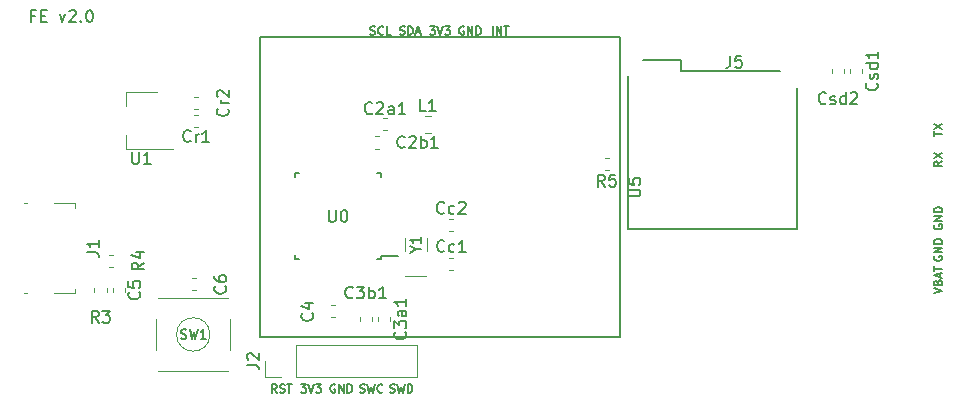
<source format=gto>
G04 #@! TF.GenerationSoftware,KiCad,Pcbnew,6.0.0-unknown-920f128~86~ubuntu18.04.1*
G04 #@! TF.CreationDate,2019-07-18T19:12:06-04:00*
G04 #@! TF.ProjectId,Femtosat,46656d74-6f73-4617-942e-6b696361645f,rev?*
G04 #@! TF.SameCoordinates,Original*
G04 #@! TF.FileFunction,Legend,Top*
G04 #@! TF.FilePolarity,Positive*
%FSLAX46Y46*%
G04 Gerber Fmt 4.6, Leading zero omitted, Abs format (unit mm)*
G04 Created by KiCad (PCBNEW 6.0.0-unknown-920f128~86~ubuntu18.04.1) date 2019-07-18 19:12:06*
%MOMM*%
%LPD*%
G04 APERTURE LIST*
%ADD10C,0.180000*%
%ADD11C,0.150000*%
%ADD12C,0.120000*%
G04 APERTURE END LIST*
D10*
X86888095Y-39378571D02*
X86554761Y-39378571D01*
X86554761Y-39902380D02*
X86554761Y-38902380D01*
X87030952Y-38902380D01*
X87411904Y-39378571D02*
X87745238Y-39378571D01*
X87888095Y-39902380D02*
X87411904Y-39902380D01*
X87411904Y-38902380D01*
X87888095Y-38902380D01*
X88983333Y-39235714D02*
X89221428Y-39902380D01*
X89459523Y-39235714D01*
X89792857Y-38997619D02*
X89840476Y-38950000D01*
X89935714Y-38902380D01*
X90173809Y-38902380D01*
X90269047Y-38950000D01*
X90316666Y-38997619D01*
X90364285Y-39092857D01*
X90364285Y-39188095D01*
X90316666Y-39330952D01*
X89745238Y-39902380D01*
X90364285Y-39902380D01*
X90792857Y-39807142D02*
X90840476Y-39854761D01*
X90792857Y-39902380D01*
X90745238Y-39854761D01*
X90792857Y-39807142D01*
X90792857Y-39902380D01*
X91459523Y-38902380D02*
X91554761Y-38902380D01*
X91650000Y-38950000D01*
X91697619Y-38997619D01*
X91745238Y-39092857D01*
X91792857Y-39283333D01*
X91792857Y-39521428D01*
X91745238Y-39711904D01*
X91697619Y-39807142D01*
X91650000Y-39854761D01*
X91554761Y-39902380D01*
X91459523Y-39902380D01*
X91364285Y-39854761D01*
X91316666Y-39807142D01*
X91269047Y-39711904D01*
X91221428Y-39521428D01*
X91221428Y-39283333D01*
X91269047Y-39092857D01*
X91316666Y-38997619D01*
X91364285Y-38950000D01*
X91459523Y-38902380D01*
D11*
X163016666Y-49563333D02*
X163016666Y-49163333D01*
X163716666Y-49363333D02*
X163016666Y-49363333D01*
X163016666Y-48996666D02*
X163716666Y-48530000D01*
X163016666Y-48530000D02*
X163716666Y-48996666D01*
X163716666Y-51686666D02*
X163383333Y-51920000D01*
X163716666Y-52086666D02*
X163016666Y-52086666D01*
X163016666Y-51820000D01*
X163050000Y-51753333D01*
X163083333Y-51720000D01*
X163150000Y-51686666D01*
X163250000Y-51686666D01*
X163316666Y-51720000D01*
X163350000Y-51753333D01*
X163383333Y-51820000D01*
X163383333Y-52086666D01*
X163016666Y-51453333D02*
X163716666Y-50986666D01*
X163016666Y-50986666D02*
X163716666Y-51453333D01*
X163050000Y-57053333D02*
X163016666Y-57120000D01*
X163016666Y-57220000D01*
X163050000Y-57320000D01*
X163116666Y-57386666D01*
X163183333Y-57420000D01*
X163316666Y-57453333D01*
X163416666Y-57453333D01*
X163550000Y-57420000D01*
X163616666Y-57386666D01*
X163683333Y-57320000D01*
X163716666Y-57220000D01*
X163716666Y-57153333D01*
X163683333Y-57053333D01*
X163650000Y-57020000D01*
X163416666Y-57020000D01*
X163416666Y-57153333D01*
X163716666Y-56720000D02*
X163016666Y-56720000D01*
X163716666Y-56320000D01*
X163016666Y-56320000D01*
X163716666Y-55986666D02*
X163016666Y-55986666D01*
X163016666Y-55820000D01*
X163050000Y-55720000D01*
X163116666Y-55653333D01*
X163183333Y-55620000D01*
X163316666Y-55586666D01*
X163416666Y-55586666D01*
X163550000Y-55620000D01*
X163616666Y-55653333D01*
X163683333Y-55720000D01*
X163716666Y-55820000D01*
X163716666Y-55986666D01*
X163050000Y-59723333D02*
X163016666Y-59790000D01*
X163016666Y-59890000D01*
X163050000Y-59990000D01*
X163116666Y-60056666D01*
X163183333Y-60090000D01*
X163316666Y-60123333D01*
X163416666Y-60123333D01*
X163550000Y-60090000D01*
X163616666Y-60056666D01*
X163683333Y-59990000D01*
X163716666Y-59890000D01*
X163716666Y-59823333D01*
X163683333Y-59723333D01*
X163650000Y-59690000D01*
X163416666Y-59690000D01*
X163416666Y-59823333D01*
X163716666Y-59390000D02*
X163016666Y-59390000D01*
X163716666Y-58990000D01*
X163016666Y-58990000D01*
X163716666Y-58656666D02*
X163016666Y-58656666D01*
X163016666Y-58490000D01*
X163050000Y-58390000D01*
X163116666Y-58323333D01*
X163183333Y-58290000D01*
X163316666Y-58256666D01*
X163416666Y-58256666D01*
X163550000Y-58290000D01*
X163616666Y-58323333D01*
X163683333Y-58390000D01*
X163716666Y-58490000D01*
X163716666Y-58656666D01*
X163016666Y-62880000D02*
X163716666Y-62646666D01*
X163016666Y-62413333D01*
X163350000Y-61946666D02*
X163383333Y-61846666D01*
X163416666Y-61813333D01*
X163483333Y-61780000D01*
X163583333Y-61780000D01*
X163650000Y-61813333D01*
X163683333Y-61846666D01*
X163716666Y-61913333D01*
X163716666Y-62180000D01*
X163016666Y-62180000D01*
X163016666Y-61946666D01*
X163050000Y-61880000D01*
X163083333Y-61846666D01*
X163150000Y-61813333D01*
X163216666Y-61813333D01*
X163283333Y-61846666D01*
X163316666Y-61880000D01*
X163350000Y-61946666D01*
X163350000Y-62180000D01*
X163516666Y-61513333D02*
X163516666Y-61180000D01*
X163716666Y-61580000D02*
X163016666Y-61346666D01*
X163716666Y-61113333D01*
X163016666Y-60980000D02*
X163016666Y-60580000D01*
X163716666Y-60780000D02*
X163016666Y-60780000D01*
X125646666Y-40966666D02*
X125646666Y-40266666D01*
X125980000Y-40966666D02*
X125980000Y-40266666D01*
X126380000Y-40966666D01*
X126380000Y-40266666D01*
X126613333Y-40266666D02*
X127013333Y-40266666D01*
X126813333Y-40966666D02*
X126813333Y-40266666D01*
X123206666Y-40300000D02*
X123140000Y-40266666D01*
X123040000Y-40266666D01*
X122940000Y-40300000D01*
X122873333Y-40366666D01*
X122840000Y-40433333D01*
X122806666Y-40566666D01*
X122806666Y-40666666D01*
X122840000Y-40800000D01*
X122873333Y-40866666D01*
X122940000Y-40933333D01*
X123040000Y-40966666D01*
X123106666Y-40966666D01*
X123206666Y-40933333D01*
X123240000Y-40900000D01*
X123240000Y-40666666D01*
X123106666Y-40666666D01*
X123540000Y-40966666D02*
X123540000Y-40266666D01*
X123940000Y-40966666D01*
X123940000Y-40266666D01*
X124273333Y-40966666D02*
X124273333Y-40266666D01*
X124440000Y-40266666D01*
X124540000Y-40300000D01*
X124606666Y-40366666D01*
X124640000Y-40433333D01*
X124673333Y-40566666D01*
X124673333Y-40666666D01*
X124640000Y-40800000D01*
X124606666Y-40866666D01*
X124540000Y-40933333D01*
X124440000Y-40966666D01*
X124273333Y-40966666D01*
X120333333Y-40266666D02*
X120766666Y-40266666D01*
X120533333Y-40533333D01*
X120633333Y-40533333D01*
X120700000Y-40566666D01*
X120733333Y-40600000D01*
X120766666Y-40666666D01*
X120766666Y-40833333D01*
X120733333Y-40900000D01*
X120700000Y-40933333D01*
X120633333Y-40966666D01*
X120433333Y-40966666D01*
X120366666Y-40933333D01*
X120333333Y-40900000D01*
X120966666Y-40266666D02*
X121200000Y-40966666D01*
X121433333Y-40266666D01*
X121600000Y-40266666D02*
X122033333Y-40266666D01*
X121800000Y-40533333D01*
X121900000Y-40533333D01*
X121966666Y-40566666D01*
X122000000Y-40600000D01*
X122033333Y-40666666D01*
X122033333Y-40833333D01*
X122000000Y-40900000D01*
X121966666Y-40933333D01*
X121900000Y-40966666D01*
X121700000Y-40966666D01*
X121633333Y-40933333D01*
X121600000Y-40900000D01*
X117810000Y-40933333D02*
X117910000Y-40966666D01*
X118076666Y-40966666D01*
X118143333Y-40933333D01*
X118176666Y-40900000D01*
X118210000Y-40833333D01*
X118210000Y-40766666D01*
X118176666Y-40700000D01*
X118143333Y-40666666D01*
X118076666Y-40633333D01*
X117943333Y-40600000D01*
X117876666Y-40566666D01*
X117843333Y-40533333D01*
X117810000Y-40466666D01*
X117810000Y-40400000D01*
X117843333Y-40333333D01*
X117876666Y-40300000D01*
X117943333Y-40266666D01*
X118110000Y-40266666D01*
X118210000Y-40300000D01*
X118510000Y-40966666D02*
X118510000Y-40266666D01*
X118676666Y-40266666D01*
X118776666Y-40300000D01*
X118843333Y-40366666D01*
X118876666Y-40433333D01*
X118910000Y-40566666D01*
X118910000Y-40666666D01*
X118876666Y-40800000D01*
X118843333Y-40866666D01*
X118776666Y-40933333D01*
X118676666Y-40966666D01*
X118510000Y-40966666D01*
X119176666Y-40766666D02*
X119510000Y-40766666D01*
X119110000Y-40966666D02*
X119343333Y-40266666D01*
X119576666Y-40966666D01*
X115286666Y-40933333D02*
X115386666Y-40966666D01*
X115553333Y-40966666D01*
X115620000Y-40933333D01*
X115653333Y-40900000D01*
X115686666Y-40833333D01*
X115686666Y-40766666D01*
X115653333Y-40700000D01*
X115620000Y-40666666D01*
X115553333Y-40633333D01*
X115420000Y-40600000D01*
X115353333Y-40566666D01*
X115320000Y-40533333D01*
X115286666Y-40466666D01*
X115286666Y-40400000D01*
X115320000Y-40333333D01*
X115353333Y-40300000D01*
X115420000Y-40266666D01*
X115586666Y-40266666D01*
X115686666Y-40300000D01*
X116386666Y-40900000D02*
X116353333Y-40933333D01*
X116253333Y-40966666D01*
X116186666Y-40966666D01*
X116086666Y-40933333D01*
X116020000Y-40866666D01*
X115986666Y-40800000D01*
X115953333Y-40666666D01*
X115953333Y-40566666D01*
X115986666Y-40433333D01*
X116020000Y-40366666D01*
X116086666Y-40300000D01*
X116186666Y-40266666D01*
X116253333Y-40266666D01*
X116353333Y-40300000D01*
X116386666Y-40333333D01*
X117020000Y-40966666D02*
X116686666Y-40966666D01*
X116686666Y-40266666D01*
X116960000Y-71233333D02*
X117060000Y-71266666D01*
X117226666Y-71266666D01*
X117293333Y-71233333D01*
X117326666Y-71200000D01*
X117360000Y-71133333D01*
X117360000Y-71066666D01*
X117326666Y-71000000D01*
X117293333Y-70966666D01*
X117226666Y-70933333D01*
X117093333Y-70900000D01*
X117026666Y-70866666D01*
X116993333Y-70833333D01*
X116960000Y-70766666D01*
X116960000Y-70700000D01*
X116993333Y-70633333D01*
X117026666Y-70600000D01*
X117093333Y-70566666D01*
X117260000Y-70566666D01*
X117360000Y-70600000D01*
X117593333Y-70566666D02*
X117760000Y-71266666D01*
X117893333Y-70766666D01*
X118026666Y-71266666D01*
X118193333Y-70566666D01*
X118460000Y-71266666D02*
X118460000Y-70566666D01*
X118626666Y-70566666D01*
X118726666Y-70600000D01*
X118793333Y-70666666D01*
X118826666Y-70733333D01*
X118860000Y-70866666D01*
X118860000Y-70966666D01*
X118826666Y-71100000D01*
X118793333Y-71166666D01*
X118726666Y-71233333D01*
X118626666Y-71266666D01*
X118460000Y-71266666D01*
X114420000Y-71233333D02*
X114520000Y-71266666D01*
X114686666Y-71266666D01*
X114753333Y-71233333D01*
X114786666Y-71200000D01*
X114820000Y-71133333D01*
X114820000Y-71066666D01*
X114786666Y-71000000D01*
X114753333Y-70966666D01*
X114686666Y-70933333D01*
X114553333Y-70900000D01*
X114486666Y-70866666D01*
X114453333Y-70833333D01*
X114420000Y-70766666D01*
X114420000Y-70700000D01*
X114453333Y-70633333D01*
X114486666Y-70600000D01*
X114553333Y-70566666D01*
X114720000Y-70566666D01*
X114820000Y-70600000D01*
X115053333Y-70566666D02*
X115220000Y-71266666D01*
X115353333Y-70766666D01*
X115486666Y-71266666D01*
X115653333Y-70566666D01*
X116320000Y-71200000D02*
X116286666Y-71233333D01*
X116186666Y-71266666D01*
X116120000Y-71266666D01*
X116020000Y-71233333D01*
X115953333Y-71166666D01*
X115920000Y-71100000D01*
X115886666Y-70966666D01*
X115886666Y-70866666D01*
X115920000Y-70733333D01*
X115953333Y-70666666D01*
X116020000Y-70600000D01*
X116120000Y-70566666D01*
X116186666Y-70566666D01*
X116286666Y-70600000D01*
X116320000Y-70633333D01*
X112296666Y-70600000D02*
X112230000Y-70566666D01*
X112130000Y-70566666D01*
X112030000Y-70600000D01*
X111963333Y-70666666D01*
X111930000Y-70733333D01*
X111896666Y-70866666D01*
X111896666Y-70966666D01*
X111930000Y-71100000D01*
X111963333Y-71166666D01*
X112030000Y-71233333D01*
X112130000Y-71266666D01*
X112196666Y-71266666D01*
X112296666Y-71233333D01*
X112330000Y-71200000D01*
X112330000Y-70966666D01*
X112196666Y-70966666D01*
X112630000Y-71266666D02*
X112630000Y-70566666D01*
X113030000Y-71266666D01*
X113030000Y-70566666D01*
X113363333Y-71266666D02*
X113363333Y-70566666D01*
X113530000Y-70566666D01*
X113630000Y-70600000D01*
X113696666Y-70666666D01*
X113730000Y-70733333D01*
X113763333Y-70866666D01*
X113763333Y-70966666D01*
X113730000Y-71100000D01*
X113696666Y-71166666D01*
X113630000Y-71233333D01*
X113530000Y-71266666D01*
X113363333Y-71266666D01*
X109423333Y-70566666D02*
X109856666Y-70566666D01*
X109623333Y-70833333D01*
X109723333Y-70833333D01*
X109790000Y-70866666D01*
X109823333Y-70900000D01*
X109856666Y-70966666D01*
X109856666Y-71133333D01*
X109823333Y-71200000D01*
X109790000Y-71233333D01*
X109723333Y-71266666D01*
X109523333Y-71266666D01*
X109456666Y-71233333D01*
X109423333Y-71200000D01*
X110056666Y-70566666D02*
X110290000Y-71266666D01*
X110523333Y-70566666D01*
X110690000Y-70566666D02*
X111123333Y-70566666D01*
X110890000Y-70833333D01*
X110990000Y-70833333D01*
X111056666Y-70866666D01*
X111090000Y-70900000D01*
X111123333Y-70966666D01*
X111123333Y-71133333D01*
X111090000Y-71200000D01*
X111056666Y-71233333D01*
X110990000Y-71266666D01*
X110790000Y-71266666D01*
X110723333Y-71233333D01*
X110690000Y-71200000D01*
X107366666Y-71266666D02*
X107133333Y-70933333D01*
X106966666Y-71266666D02*
X106966666Y-70566666D01*
X107233333Y-70566666D01*
X107300000Y-70600000D01*
X107333333Y-70633333D01*
X107366666Y-70700000D01*
X107366666Y-70800000D01*
X107333333Y-70866666D01*
X107300000Y-70900000D01*
X107233333Y-70933333D01*
X106966666Y-70933333D01*
X107633333Y-71233333D02*
X107733333Y-71266666D01*
X107900000Y-71266666D01*
X107966666Y-71233333D01*
X108000000Y-71200000D01*
X108033333Y-71133333D01*
X108033333Y-71066666D01*
X108000000Y-71000000D01*
X107966666Y-70966666D01*
X107900000Y-70933333D01*
X107766666Y-70900000D01*
X107700000Y-70866666D01*
X107666666Y-70833333D01*
X107633333Y-70766666D01*
X107633333Y-70700000D01*
X107666666Y-70633333D01*
X107700000Y-70600000D01*
X107766666Y-70566666D01*
X107933333Y-70566666D01*
X108033333Y-70600000D01*
X108233333Y-70566666D02*
X108633333Y-70566666D01*
X108433333Y-71266666D02*
X108433333Y-70566666D01*
D12*
X103420000Y-65010000D02*
X103420000Y-67690000D01*
X97180000Y-67690000D02*
X97180000Y-65010000D01*
X97330000Y-63230000D02*
X103270000Y-63230000D01*
X97330000Y-69470000D02*
X103270000Y-69470000D01*
X101714214Y-66350000D02*
G75*
G03X101714214Y-66350000I-1414214J0D01*
G01*
X90260000Y-62860000D02*
X90260000Y-62480000D01*
X86210000Y-62860000D02*
X85950000Y-62860000D01*
X90260000Y-62860000D02*
X88490000Y-62860000D01*
X90260000Y-55240000D02*
X90260000Y-55620000D01*
X88490000Y-55240000D02*
X90260000Y-55240000D01*
X85950000Y-55240000D02*
X86210000Y-55240000D01*
X116960000Y-64878733D02*
X116960000Y-65221267D01*
X115940000Y-64878733D02*
X115940000Y-65221267D01*
X94570000Y-50650000D02*
X94570000Y-49450000D01*
X98570000Y-50650000D02*
X94570000Y-50650000D01*
X94570000Y-45850000D02*
X97270000Y-45850000D01*
X94570000Y-47050000D02*
X94570000Y-45850000D01*
X135471267Y-51440000D02*
X135128733Y-51440000D01*
X135471267Y-52460000D02*
X135128733Y-52460000D01*
X93471267Y-59590000D02*
X93128733Y-59590000D01*
X93471267Y-60610000D02*
X93128733Y-60610000D01*
X92960000Y-62771267D02*
X92960000Y-62428733D01*
X91940000Y-62771267D02*
X91940000Y-62428733D01*
X94510000Y-62771267D02*
X94510000Y-62428733D01*
X93490000Y-62771267D02*
X93490000Y-62428733D01*
X118200000Y-59275000D02*
X118200000Y-58175000D01*
X120100000Y-59275000D02*
X120100000Y-58175000D01*
X118250000Y-61425000D02*
X120050000Y-61425000D01*
D11*
X136440000Y-41200000D02*
X105960000Y-41200000D01*
X105960000Y-41200000D02*
X105960000Y-66600000D01*
X105960000Y-66600000D02*
X136440000Y-66600000D01*
X136440000Y-41200000D02*
X136440000Y-66600000D01*
X116175000Y-59950000D02*
X116175000Y-59725000D01*
X108925000Y-59950000D02*
X108925000Y-59625000D01*
X108925000Y-52700000D02*
X108925000Y-53025000D01*
X116175000Y-52700000D02*
X116175000Y-53025000D01*
X116175000Y-59950000D02*
X115850000Y-59950000D01*
X116175000Y-52700000D02*
X115850000Y-52700000D01*
X108925000Y-52700000D02*
X109250000Y-52700000D01*
X108925000Y-59950000D02*
X109250000Y-59950000D01*
X116175000Y-59725000D02*
X117600000Y-59725000D01*
D12*
X119888748Y-47840000D02*
X120411252Y-47840000D01*
X119888748Y-49260000D02*
X120411252Y-49260000D01*
D11*
X141600000Y-44050000D02*
X150000000Y-44050000D01*
X141600000Y-43150000D02*
X141600000Y-44050000D01*
X138350000Y-43150000D02*
X141600000Y-43150000D01*
X151400000Y-45450000D02*
X151400000Y-57450000D01*
X151400000Y-57450000D02*
X137100000Y-57450000D01*
X137100000Y-57450000D02*
X137100000Y-44450000D01*
D12*
X119240000Y-69930000D02*
X119240000Y-67270000D01*
X109020000Y-69930000D02*
X119240000Y-69930000D01*
X109020000Y-67270000D02*
X119240000Y-67270000D01*
X109020000Y-69930000D02*
X109020000Y-67270000D01*
X107750000Y-69930000D02*
X106420000Y-69930000D01*
X106420000Y-69930000D02*
X106420000Y-68600000D01*
X154390000Y-44221267D02*
X154390000Y-43878733D01*
X155410000Y-44221267D02*
X155410000Y-43878733D01*
X155940000Y-44221267D02*
X155940000Y-43878733D01*
X156960000Y-44221267D02*
X156960000Y-43878733D01*
X100378733Y-46240000D02*
X100721267Y-46240000D01*
X100378733Y-47260000D02*
X100721267Y-47260000D01*
X100378733Y-47740000D02*
X100721267Y-47740000D01*
X100378733Y-48760000D02*
X100721267Y-48760000D01*
X121978733Y-56590000D02*
X122321267Y-56590000D01*
X121978733Y-57610000D02*
X122321267Y-57610000D01*
X121988733Y-59840000D02*
X122331267Y-59840000D01*
X121988733Y-60860000D02*
X122331267Y-60860000D01*
X115410000Y-64878733D02*
X115410000Y-65221267D01*
X114390000Y-64878733D02*
X114390000Y-65221267D01*
X116021267Y-50610000D02*
X115678733Y-50610000D01*
X116021267Y-49590000D02*
X115678733Y-49590000D01*
X116721267Y-49060000D02*
X116378733Y-49060000D01*
X116721267Y-48040000D02*
X116378733Y-48040000D01*
X100521267Y-62610000D02*
X100178733Y-62610000D01*
X100521267Y-61590000D02*
X100178733Y-61590000D01*
X112321267Y-64910000D02*
X111978733Y-64910000D01*
X112321267Y-63890000D02*
X111978733Y-63890000D01*
D11*
X99263333Y-66663809D02*
X99377619Y-66701904D01*
X99568095Y-66701904D01*
X99644285Y-66663809D01*
X99682380Y-66625714D01*
X99720476Y-66549523D01*
X99720476Y-66473333D01*
X99682380Y-66397142D01*
X99644285Y-66359047D01*
X99568095Y-66320952D01*
X99415714Y-66282857D01*
X99339523Y-66244761D01*
X99301428Y-66206666D01*
X99263333Y-66130476D01*
X99263333Y-66054285D01*
X99301428Y-65978095D01*
X99339523Y-65940000D01*
X99415714Y-65901904D01*
X99606190Y-65901904D01*
X99720476Y-65940000D01*
X99987142Y-65901904D02*
X100177619Y-66701904D01*
X100330000Y-66130476D01*
X100482380Y-66701904D01*
X100672857Y-65901904D01*
X101396666Y-66701904D02*
X100939523Y-66701904D01*
X101168095Y-66701904D02*
X101168095Y-65901904D01*
X101091904Y-66016190D01*
X101015714Y-66092380D01*
X100939523Y-66130476D01*
X91302380Y-59383333D02*
X92016666Y-59383333D01*
X92159523Y-59430952D01*
X92254761Y-59526190D01*
X92302380Y-59669047D01*
X92302380Y-59764285D01*
X92302380Y-58383333D02*
X92302380Y-58954761D01*
X92302380Y-58669047D02*
X91302380Y-58669047D01*
X91445238Y-58764285D01*
X91540476Y-58859523D01*
X91588095Y-58954761D01*
X118237142Y-66145238D02*
X118284761Y-66192857D01*
X118332380Y-66335714D01*
X118332380Y-66430952D01*
X118284761Y-66573809D01*
X118189523Y-66669047D01*
X118094285Y-66716666D01*
X117903809Y-66764285D01*
X117760952Y-66764285D01*
X117570476Y-66716666D01*
X117475238Y-66669047D01*
X117380000Y-66573809D01*
X117332380Y-66430952D01*
X117332380Y-66335714D01*
X117380000Y-66192857D01*
X117427619Y-66145238D01*
X117332380Y-65811904D02*
X117332380Y-65192857D01*
X117713333Y-65526190D01*
X117713333Y-65383333D01*
X117760952Y-65288095D01*
X117808571Y-65240476D01*
X117903809Y-65192857D01*
X118141904Y-65192857D01*
X118237142Y-65240476D01*
X118284761Y-65288095D01*
X118332380Y-65383333D01*
X118332380Y-65669047D01*
X118284761Y-65764285D01*
X118237142Y-65811904D01*
X118332380Y-64335714D02*
X117808571Y-64335714D01*
X117713333Y-64383333D01*
X117665714Y-64478571D01*
X117665714Y-64669047D01*
X117713333Y-64764285D01*
X118284761Y-64335714D02*
X118332380Y-64430952D01*
X118332380Y-64669047D01*
X118284761Y-64764285D01*
X118189523Y-64811904D01*
X118094285Y-64811904D01*
X117999047Y-64764285D01*
X117951428Y-64669047D01*
X117951428Y-64430952D01*
X117903809Y-64335714D01*
X118332380Y-63335714D02*
X118332380Y-63907142D01*
X118332380Y-63621428D02*
X117332380Y-63621428D01*
X117475238Y-63716666D01*
X117570476Y-63811904D01*
X117618095Y-63907142D01*
X95138095Y-50902380D02*
X95138095Y-51711904D01*
X95185714Y-51807142D01*
X95233333Y-51854761D01*
X95328571Y-51902380D01*
X95519047Y-51902380D01*
X95614285Y-51854761D01*
X95661904Y-51807142D01*
X95709523Y-51711904D01*
X95709523Y-50902380D01*
X96709523Y-51902380D02*
X96138095Y-51902380D01*
X96423809Y-51902380D02*
X96423809Y-50902380D01*
X96328571Y-51045238D01*
X96233333Y-51140476D01*
X96138095Y-51188095D01*
X135133333Y-53832380D02*
X134800000Y-53356190D01*
X134561904Y-53832380D02*
X134561904Y-52832380D01*
X134942857Y-52832380D01*
X135038095Y-52880000D01*
X135085714Y-52927619D01*
X135133333Y-53022857D01*
X135133333Y-53165714D01*
X135085714Y-53260952D01*
X135038095Y-53308571D01*
X134942857Y-53356190D01*
X134561904Y-53356190D01*
X136038095Y-52832380D02*
X135561904Y-52832380D01*
X135514285Y-53308571D01*
X135561904Y-53260952D01*
X135657142Y-53213333D01*
X135895238Y-53213333D01*
X135990476Y-53260952D01*
X136038095Y-53308571D01*
X136085714Y-53403809D01*
X136085714Y-53641904D01*
X136038095Y-53737142D01*
X135990476Y-53784761D01*
X135895238Y-53832380D01*
X135657142Y-53832380D01*
X135561904Y-53784761D01*
X135514285Y-53737142D01*
X96102380Y-60266666D02*
X95626190Y-60600000D01*
X96102380Y-60838095D02*
X95102380Y-60838095D01*
X95102380Y-60457142D01*
X95150000Y-60361904D01*
X95197619Y-60314285D01*
X95292857Y-60266666D01*
X95435714Y-60266666D01*
X95530952Y-60314285D01*
X95578571Y-60361904D01*
X95626190Y-60457142D01*
X95626190Y-60838095D01*
X95435714Y-59409523D02*
X96102380Y-59409523D01*
X95054761Y-59647619D02*
X95769047Y-59885714D01*
X95769047Y-59266666D01*
X92283333Y-65352380D02*
X91950000Y-64876190D01*
X91711904Y-65352380D02*
X91711904Y-64352380D01*
X92092857Y-64352380D01*
X92188095Y-64400000D01*
X92235714Y-64447619D01*
X92283333Y-64542857D01*
X92283333Y-64685714D01*
X92235714Y-64780952D01*
X92188095Y-64828571D01*
X92092857Y-64876190D01*
X91711904Y-64876190D01*
X92616666Y-64352380D02*
X93235714Y-64352380D01*
X92902380Y-64733333D01*
X93045238Y-64733333D01*
X93140476Y-64780952D01*
X93188095Y-64828571D01*
X93235714Y-64923809D01*
X93235714Y-65161904D01*
X93188095Y-65257142D01*
X93140476Y-65304761D01*
X93045238Y-65352380D01*
X92759523Y-65352380D01*
X92664285Y-65304761D01*
X92616666Y-65257142D01*
X95707142Y-62766666D02*
X95754761Y-62814285D01*
X95802380Y-62957142D01*
X95802380Y-63052380D01*
X95754761Y-63195238D01*
X95659523Y-63290476D01*
X95564285Y-63338095D01*
X95373809Y-63385714D01*
X95230952Y-63385714D01*
X95040476Y-63338095D01*
X94945238Y-63290476D01*
X94850000Y-63195238D01*
X94802380Y-63052380D01*
X94802380Y-62957142D01*
X94850000Y-62814285D01*
X94897619Y-62766666D01*
X94802380Y-61861904D02*
X94802380Y-62338095D01*
X95278571Y-62385714D01*
X95230952Y-62338095D01*
X95183333Y-62242857D01*
X95183333Y-62004761D01*
X95230952Y-61909523D01*
X95278571Y-61861904D01*
X95373809Y-61814285D01*
X95611904Y-61814285D01*
X95707142Y-61861904D01*
X95754761Y-61909523D01*
X95802380Y-62004761D01*
X95802380Y-62242857D01*
X95754761Y-62338095D01*
X95707142Y-62385714D01*
X119128571Y-59153571D02*
X119557142Y-59153571D01*
X118657142Y-59453571D02*
X119128571Y-59153571D01*
X118657142Y-58853571D01*
X119557142Y-58082142D02*
X119557142Y-58596428D01*
X119557142Y-58339285D02*
X118657142Y-58339285D01*
X118785714Y-58425000D01*
X118871428Y-58510714D01*
X118914285Y-58596428D01*
X137162380Y-54661904D02*
X137971904Y-54661904D01*
X138067142Y-54614285D01*
X138114761Y-54566666D01*
X138162380Y-54471428D01*
X138162380Y-54280952D01*
X138114761Y-54185714D01*
X138067142Y-54138095D01*
X137971904Y-54090476D01*
X137162380Y-54090476D01*
X137162380Y-53138095D02*
X137162380Y-53614285D01*
X137638571Y-53661904D01*
X137590952Y-53614285D01*
X137543333Y-53519047D01*
X137543333Y-53280952D01*
X137590952Y-53185714D01*
X137638571Y-53138095D01*
X137733809Y-53090476D01*
X137971904Y-53090476D01*
X138067142Y-53138095D01*
X138114761Y-53185714D01*
X138162380Y-53280952D01*
X138162380Y-53519047D01*
X138114761Y-53614285D01*
X138067142Y-53661904D01*
X111788095Y-55827380D02*
X111788095Y-56636904D01*
X111835714Y-56732142D01*
X111883333Y-56779761D01*
X111978571Y-56827380D01*
X112169047Y-56827380D01*
X112264285Y-56779761D01*
X112311904Y-56732142D01*
X112359523Y-56636904D01*
X112359523Y-55827380D01*
X113026190Y-55827380D02*
X113121428Y-55827380D01*
X113216666Y-55875000D01*
X113264285Y-55922619D01*
X113311904Y-56017857D01*
X113359523Y-56208333D01*
X113359523Y-56446428D01*
X113311904Y-56636904D01*
X113264285Y-56732142D01*
X113216666Y-56779761D01*
X113121428Y-56827380D01*
X113026190Y-56827380D01*
X112930952Y-56779761D01*
X112883333Y-56732142D01*
X112835714Y-56636904D01*
X112788095Y-56446428D01*
X112788095Y-56208333D01*
X112835714Y-56017857D01*
X112883333Y-55922619D01*
X112930952Y-55875000D01*
X113026190Y-55827380D01*
X119983333Y-47452380D02*
X119507142Y-47452380D01*
X119507142Y-46452380D01*
X120840476Y-47452380D02*
X120269047Y-47452380D01*
X120554761Y-47452380D02*
X120554761Y-46452380D01*
X120459523Y-46595238D01*
X120364285Y-46690476D01*
X120269047Y-46738095D01*
X145764126Y-42763340D02*
X145764126Y-43477626D01*
X145716507Y-43620483D01*
X145621269Y-43715721D01*
X145478412Y-43763340D01*
X145383174Y-43763340D01*
X146716507Y-42763340D02*
X146240317Y-42763340D01*
X146192698Y-43239531D01*
X146240317Y-43191912D01*
X146335555Y-43144293D01*
X146573650Y-43144293D01*
X146668888Y-43191912D01*
X146716507Y-43239531D01*
X146764126Y-43334769D01*
X146764126Y-43572864D01*
X146716507Y-43668102D01*
X146668888Y-43715721D01*
X146573650Y-43763340D01*
X146335555Y-43763340D01*
X146240317Y-43715721D01*
X146192698Y-43668102D01*
X104872380Y-68933333D02*
X105586666Y-68933333D01*
X105729523Y-68980952D01*
X105824761Y-69076190D01*
X105872380Y-69219047D01*
X105872380Y-69314285D01*
X104967619Y-68504761D02*
X104920000Y-68457142D01*
X104872380Y-68361904D01*
X104872380Y-68123809D01*
X104920000Y-68028571D01*
X104967619Y-67980952D01*
X105062857Y-67933333D01*
X105158095Y-67933333D01*
X105300952Y-67980952D01*
X105872380Y-68552380D01*
X105872380Y-67933333D01*
X153876190Y-46757142D02*
X153828571Y-46804761D01*
X153685714Y-46852380D01*
X153590476Y-46852380D01*
X153447619Y-46804761D01*
X153352380Y-46709523D01*
X153304761Y-46614285D01*
X153257142Y-46423809D01*
X153257142Y-46280952D01*
X153304761Y-46090476D01*
X153352380Y-45995238D01*
X153447619Y-45900000D01*
X153590476Y-45852380D01*
X153685714Y-45852380D01*
X153828571Y-45900000D01*
X153876190Y-45947619D01*
X154257142Y-46804761D02*
X154352380Y-46852380D01*
X154542857Y-46852380D01*
X154638095Y-46804761D01*
X154685714Y-46709523D01*
X154685714Y-46661904D01*
X154638095Y-46566666D01*
X154542857Y-46519047D01*
X154400000Y-46519047D01*
X154304761Y-46471428D01*
X154257142Y-46376190D01*
X154257142Y-46328571D01*
X154304761Y-46233333D01*
X154400000Y-46185714D01*
X154542857Y-46185714D01*
X154638095Y-46233333D01*
X155542857Y-46852380D02*
X155542857Y-45852380D01*
X155542857Y-46804761D02*
X155447619Y-46852380D01*
X155257142Y-46852380D01*
X155161904Y-46804761D01*
X155114285Y-46757142D01*
X155066666Y-46661904D01*
X155066666Y-46376190D01*
X155114285Y-46280952D01*
X155161904Y-46233333D01*
X155257142Y-46185714D01*
X155447619Y-46185714D01*
X155542857Y-46233333D01*
X155971428Y-45947619D02*
X156019047Y-45900000D01*
X156114285Y-45852380D01*
X156352380Y-45852380D01*
X156447619Y-45900000D01*
X156495238Y-45947619D01*
X156542857Y-46042857D01*
X156542857Y-46138095D01*
X156495238Y-46280952D01*
X155923809Y-46852380D01*
X156542857Y-46852380D01*
X158157142Y-45073809D02*
X158204761Y-45121428D01*
X158252380Y-45264285D01*
X158252380Y-45359523D01*
X158204761Y-45502380D01*
X158109523Y-45597619D01*
X158014285Y-45645238D01*
X157823809Y-45692857D01*
X157680952Y-45692857D01*
X157490476Y-45645238D01*
X157395238Y-45597619D01*
X157300000Y-45502380D01*
X157252380Y-45359523D01*
X157252380Y-45264285D01*
X157300000Y-45121428D01*
X157347619Y-45073809D01*
X158204761Y-44692857D02*
X158252380Y-44597619D01*
X158252380Y-44407142D01*
X158204761Y-44311904D01*
X158109523Y-44264285D01*
X158061904Y-44264285D01*
X157966666Y-44311904D01*
X157919047Y-44407142D01*
X157919047Y-44550000D01*
X157871428Y-44645238D01*
X157776190Y-44692857D01*
X157728571Y-44692857D01*
X157633333Y-44645238D01*
X157585714Y-44550000D01*
X157585714Y-44407142D01*
X157633333Y-44311904D01*
X158252380Y-43407142D02*
X157252380Y-43407142D01*
X158204761Y-43407142D02*
X158252380Y-43502380D01*
X158252380Y-43692857D01*
X158204761Y-43788095D01*
X158157142Y-43835714D01*
X158061904Y-43883333D01*
X157776190Y-43883333D01*
X157680952Y-43835714D01*
X157633333Y-43788095D01*
X157585714Y-43692857D01*
X157585714Y-43502380D01*
X157633333Y-43407142D01*
X158252380Y-42407142D02*
X158252380Y-42978571D01*
X158252380Y-42692857D02*
X157252380Y-42692857D01*
X157395238Y-42788095D01*
X157490476Y-42883333D01*
X157538095Y-42978571D01*
X103207142Y-47226190D02*
X103254761Y-47273809D01*
X103302380Y-47416666D01*
X103302380Y-47511904D01*
X103254761Y-47654761D01*
X103159523Y-47750000D01*
X103064285Y-47797619D01*
X102873809Y-47845238D01*
X102730952Y-47845238D01*
X102540476Y-47797619D01*
X102445238Y-47750000D01*
X102350000Y-47654761D01*
X102302380Y-47511904D01*
X102302380Y-47416666D01*
X102350000Y-47273809D01*
X102397619Y-47226190D01*
X103302380Y-46797619D02*
X102635714Y-46797619D01*
X102826190Y-46797619D02*
X102730952Y-46750000D01*
X102683333Y-46702380D01*
X102635714Y-46607142D01*
X102635714Y-46511904D01*
X102397619Y-46226190D02*
X102350000Y-46178571D01*
X102302380Y-46083333D01*
X102302380Y-45845238D01*
X102350000Y-45750000D01*
X102397619Y-45702380D01*
X102492857Y-45654761D01*
X102588095Y-45654761D01*
X102730952Y-45702380D01*
X103302380Y-46273809D01*
X103302380Y-45654761D01*
X100073809Y-49957142D02*
X100026190Y-50004761D01*
X99883333Y-50052380D01*
X99788095Y-50052380D01*
X99645238Y-50004761D01*
X99550000Y-49909523D01*
X99502380Y-49814285D01*
X99454761Y-49623809D01*
X99454761Y-49480952D01*
X99502380Y-49290476D01*
X99550000Y-49195238D01*
X99645238Y-49100000D01*
X99788095Y-49052380D01*
X99883333Y-49052380D01*
X100026190Y-49100000D01*
X100073809Y-49147619D01*
X100502380Y-50052380D02*
X100502380Y-49385714D01*
X100502380Y-49576190D02*
X100550000Y-49480952D01*
X100597619Y-49433333D01*
X100692857Y-49385714D01*
X100788095Y-49385714D01*
X101645238Y-50052380D02*
X101073809Y-50052380D01*
X101359523Y-50052380D02*
X101359523Y-49052380D01*
X101264285Y-49195238D01*
X101169047Y-49290476D01*
X101073809Y-49338095D01*
X121554761Y-56027142D02*
X121507142Y-56074761D01*
X121364285Y-56122380D01*
X121269047Y-56122380D01*
X121126190Y-56074761D01*
X121030952Y-55979523D01*
X120983333Y-55884285D01*
X120935714Y-55693809D01*
X120935714Y-55550952D01*
X120983333Y-55360476D01*
X121030952Y-55265238D01*
X121126190Y-55170000D01*
X121269047Y-55122380D01*
X121364285Y-55122380D01*
X121507142Y-55170000D01*
X121554761Y-55217619D01*
X122411904Y-56074761D02*
X122316666Y-56122380D01*
X122126190Y-56122380D01*
X122030952Y-56074761D01*
X121983333Y-56027142D01*
X121935714Y-55931904D01*
X121935714Y-55646190D01*
X121983333Y-55550952D01*
X122030952Y-55503333D01*
X122126190Y-55455714D01*
X122316666Y-55455714D01*
X122411904Y-55503333D01*
X122792857Y-55217619D02*
X122840476Y-55170000D01*
X122935714Y-55122380D01*
X123173809Y-55122380D01*
X123269047Y-55170000D01*
X123316666Y-55217619D01*
X123364285Y-55312857D01*
X123364285Y-55408095D01*
X123316666Y-55550952D01*
X122745238Y-56122380D01*
X123364285Y-56122380D01*
X121564761Y-59277142D02*
X121517142Y-59324761D01*
X121374285Y-59372380D01*
X121279047Y-59372380D01*
X121136190Y-59324761D01*
X121040952Y-59229523D01*
X120993333Y-59134285D01*
X120945714Y-58943809D01*
X120945714Y-58800952D01*
X120993333Y-58610476D01*
X121040952Y-58515238D01*
X121136190Y-58420000D01*
X121279047Y-58372380D01*
X121374285Y-58372380D01*
X121517142Y-58420000D01*
X121564761Y-58467619D01*
X122421904Y-59324761D02*
X122326666Y-59372380D01*
X122136190Y-59372380D01*
X122040952Y-59324761D01*
X121993333Y-59277142D01*
X121945714Y-59181904D01*
X121945714Y-58896190D01*
X121993333Y-58800952D01*
X122040952Y-58753333D01*
X122136190Y-58705714D01*
X122326666Y-58705714D01*
X122421904Y-58753333D01*
X123374285Y-59372380D02*
X122802857Y-59372380D01*
X123088571Y-59372380D02*
X123088571Y-58372380D01*
X122993333Y-58515238D01*
X122898095Y-58610476D01*
X122802857Y-58658095D01*
X113804761Y-63207142D02*
X113757142Y-63254761D01*
X113614285Y-63302380D01*
X113519047Y-63302380D01*
X113376190Y-63254761D01*
X113280952Y-63159523D01*
X113233333Y-63064285D01*
X113185714Y-62873809D01*
X113185714Y-62730952D01*
X113233333Y-62540476D01*
X113280952Y-62445238D01*
X113376190Y-62350000D01*
X113519047Y-62302380D01*
X113614285Y-62302380D01*
X113757142Y-62350000D01*
X113804761Y-62397619D01*
X114138095Y-62302380D02*
X114757142Y-62302380D01*
X114423809Y-62683333D01*
X114566666Y-62683333D01*
X114661904Y-62730952D01*
X114709523Y-62778571D01*
X114757142Y-62873809D01*
X114757142Y-63111904D01*
X114709523Y-63207142D01*
X114661904Y-63254761D01*
X114566666Y-63302380D01*
X114280952Y-63302380D01*
X114185714Y-63254761D01*
X114138095Y-63207142D01*
X115185714Y-63302380D02*
X115185714Y-62302380D01*
X115185714Y-62683333D02*
X115280952Y-62635714D01*
X115471428Y-62635714D01*
X115566666Y-62683333D01*
X115614285Y-62730952D01*
X115661904Y-62826190D01*
X115661904Y-63111904D01*
X115614285Y-63207142D01*
X115566666Y-63254761D01*
X115471428Y-63302380D01*
X115280952Y-63302380D01*
X115185714Y-63254761D01*
X116614285Y-63302380D02*
X116042857Y-63302380D01*
X116328571Y-63302380D02*
X116328571Y-62302380D01*
X116233333Y-62445238D01*
X116138095Y-62540476D01*
X116042857Y-62588095D01*
X118204761Y-50457142D02*
X118157142Y-50504761D01*
X118014285Y-50552380D01*
X117919047Y-50552380D01*
X117776190Y-50504761D01*
X117680952Y-50409523D01*
X117633333Y-50314285D01*
X117585714Y-50123809D01*
X117585714Y-49980952D01*
X117633333Y-49790476D01*
X117680952Y-49695238D01*
X117776190Y-49600000D01*
X117919047Y-49552380D01*
X118014285Y-49552380D01*
X118157142Y-49600000D01*
X118204761Y-49647619D01*
X118585714Y-49647619D02*
X118633333Y-49600000D01*
X118728571Y-49552380D01*
X118966666Y-49552380D01*
X119061904Y-49600000D01*
X119109523Y-49647619D01*
X119157142Y-49742857D01*
X119157142Y-49838095D01*
X119109523Y-49980952D01*
X118538095Y-50552380D01*
X119157142Y-50552380D01*
X119585714Y-50552380D02*
X119585714Y-49552380D01*
X119585714Y-49933333D02*
X119680952Y-49885714D01*
X119871428Y-49885714D01*
X119966666Y-49933333D01*
X120014285Y-49980952D01*
X120061904Y-50076190D01*
X120061904Y-50361904D01*
X120014285Y-50457142D01*
X119966666Y-50504761D01*
X119871428Y-50552380D01*
X119680952Y-50552380D01*
X119585714Y-50504761D01*
X121014285Y-50552380D02*
X120442857Y-50552380D01*
X120728571Y-50552380D02*
X120728571Y-49552380D01*
X120633333Y-49695238D01*
X120538095Y-49790476D01*
X120442857Y-49838095D01*
X115454761Y-47607142D02*
X115407142Y-47654761D01*
X115264285Y-47702380D01*
X115169047Y-47702380D01*
X115026190Y-47654761D01*
X114930952Y-47559523D01*
X114883333Y-47464285D01*
X114835714Y-47273809D01*
X114835714Y-47130952D01*
X114883333Y-46940476D01*
X114930952Y-46845238D01*
X115026190Y-46750000D01*
X115169047Y-46702380D01*
X115264285Y-46702380D01*
X115407142Y-46750000D01*
X115454761Y-46797619D01*
X115835714Y-46797619D02*
X115883333Y-46750000D01*
X115978571Y-46702380D01*
X116216666Y-46702380D01*
X116311904Y-46750000D01*
X116359523Y-46797619D01*
X116407142Y-46892857D01*
X116407142Y-46988095D01*
X116359523Y-47130952D01*
X115788095Y-47702380D01*
X116407142Y-47702380D01*
X117264285Y-47702380D02*
X117264285Y-47178571D01*
X117216666Y-47083333D01*
X117121428Y-47035714D01*
X116930952Y-47035714D01*
X116835714Y-47083333D01*
X117264285Y-47654761D02*
X117169047Y-47702380D01*
X116930952Y-47702380D01*
X116835714Y-47654761D01*
X116788095Y-47559523D01*
X116788095Y-47464285D01*
X116835714Y-47369047D01*
X116930952Y-47321428D01*
X117169047Y-47321428D01*
X117264285Y-47273809D01*
X118264285Y-47702380D02*
X117692857Y-47702380D01*
X117978571Y-47702380D02*
X117978571Y-46702380D01*
X117883333Y-46845238D01*
X117788095Y-46940476D01*
X117692857Y-46988095D01*
X103007142Y-62266666D02*
X103054761Y-62314285D01*
X103102380Y-62457142D01*
X103102380Y-62552380D01*
X103054761Y-62695238D01*
X102959523Y-62790476D01*
X102864285Y-62838095D01*
X102673809Y-62885714D01*
X102530952Y-62885714D01*
X102340476Y-62838095D01*
X102245238Y-62790476D01*
X102150000Y-62695238D01*
X102102380Y-62552380D01*
X102102380Y-62457142D01*
X102150000Y-62314285D01*
X102197619Y-62266666D01*
X102102380Y-61409523D02*
X102102380Y-61600000D01*
X102150000Y-61695238D01*
X102197619Y-61742857D01*
X102340476Y-61838095D01*
X102530952Y-61885714D01*
X102911904Y-61885714D01*
X103007142Y-61838095D01*
X103054761Y-61790476D01*
X103102380Y-61695238D01*
X103102380Y-61504761D01*
X103054761Y-61409523D01*
X103007142Y-61361904D01*
X102911904Y-61314285D01*
X102673809Y-61314285D01*
X102578571Y-61361904D01*
X102530952Y-61409523D01*
X102483333Y-61504761D01*
X102483333Y-61695238D01*
X102530952Y-61790476D01*
X102578571Y-61838095D01*
X102673809Y-61885714D01*
X110357142Y-64566666D02*
X110404761Y-64614285D01*
X110452380Y-64757142D01*
X110452380Y-64852380D01*
X110404761Y-64995238D01*
X110309523Y-65090476D01*
X110214285Y-65138095D01*
X110023809Y-65185714D01*
X109880952Y-65185714D01*
X109690476Y-65138095D01*
X109595238Y-65090476D01*
X109500000Y-64995238D01*
X109452380Y-64852380D01*
X109452380Y-64757142D01*
X109500000Y-64614285D01*
X109547619Y-64566666D01*
X109785714Y-63709523D02*
X110452380Y-63709523D01*
X109404761Y-63947619D02*
X110119047Y-64185714D01*
X110119047Y-63566666D01*
M02*

</source>
